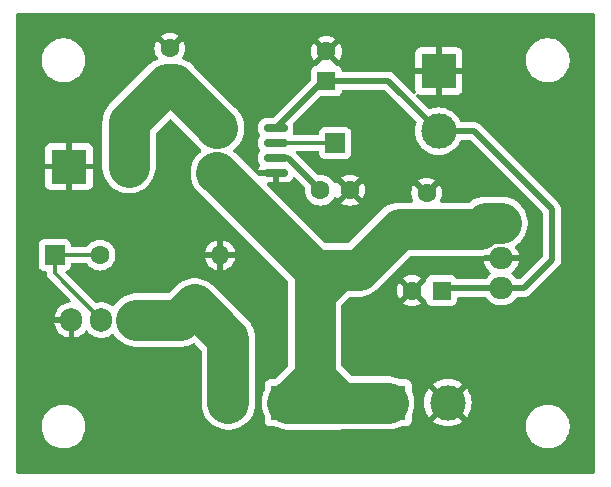
<source format=gbr>
%TF.GenerationSoftware,KiCad,Pcbnew,8.0.5*%
%TF.CreationDate,2024-11-27T14:30:06+01:00*%
%TF.ProjectId,2nd PCB,326e6420-5043-4422-9e6b-696361645f70,1*%
%TF.SameCoordinates,Original*%
%TF.FileFunction,Copper,L1,Top*%
%TF.FilePolarity,Positive*%
%FSLAX46Y46*%
G04 Gerber Fmt 4.6, Leading zero omitted, Abs format (unit mm)*
G04 Created by KiCad (PCBNEW 8.0.5) date 2024-11-27 14:30:06*
%MOMM*%
%LPD*%
G01*
G04 APERTURE LIST*
G04 Aperture macros list*
%AMRoundRect*
0 Rectangle with rounded corners*
0 $1 Rounding radius*
0 $2 $3 $4 $5 $6 $7 $8 $9 X,Y pos of 4 corners*
0 Add a 4 corners polygon primitive as box body*
4,1,4,$2,$3,$4,$5,$6,$7,$8,$9,$2,$3,0*
0 Add four circle primitives for the rounded corners*
1,1,$1+$1,$2,$3*
1,1,$1+$1,$4,$5*
1,1,$1+$1,$6,$7*
1,1,$1+$1,$8,$9*
0 Add four rect primitives between the rounded corners*
20,1,$1+$1,$2,$3,$4,$5,0*
20,1,$1+$1,$4,$5,$6,$7,0*
20,1,$1+$1,$6,$7,$8,$9,0*
20,1,$1+$1,$8,$9,$2,$3,0*%
G04 Aperture macros list end*
%TA.AperFunction,ComponentPad*%
%ADD10R,3.000000X3.000000*%
%TD*%
%TA.AperFunction,ComponentPad*%
%ADD11C,3.000000*%
%TD*%
%TA.AperFunction,ComponentPad*%
%ADD12R,1.600000X1.600000*%
%TD*%
%TA.AperFunction,ComponentPad*%
%ADD13C,1.600000*%
%TD*%
%TA.AperFunction,ComponentPad*%
%ADD14R,2.200000X2.200000*%
%TD*%
%TA.AperFunction,ComponentPad*%
%ADD15O,2.200000X2.200000*%
%TD*%
%TA.AperFunction,ComponentPad*%
%ADD16R,1.700000X1.700000*%
%TD*%
%TA.AperFunction,ComponentPad*%
%ADD17R,2.000000X1.905000*%
%TD*%
%TA.AperFunction,ComponentPad*%
%ADD18O,2.000000X1.905000*%
%TD*%
%TA.AperFunction,ComponentPad*%
%ADD19O,1.600000X1.600000*%
%TD*%
%TA.AperFunction,ComponentPad*%
%ADD20R,1.905000X2.000000*%
%TD*%
%TA.AperFunction,ComponentPad*%
%ADD21O,1.905000X2.000000*%
%TD*%
%TA.AperFunction,SMDPad,CuDef*%
%ADD22RoundRect,0.150000X-0.825000X-0.150000X0.825000X-0.150000X0.825000X0.150000X-0.825000X0.150000X0*%
%TD*%
%TA.AperFunction,Conductor*%
%ADD23C,3.500000*%
%TD*%
%TA.AperFunction,Conductor*%
%ADD24C,3.550000*%
%TD*%
%TA.AperFunction,Conductor*%
%ADD25C,0.500000*%
%TD*%
%TA.AperFunction,Conductor*%
%ADD26C,0.300000*%
%TD*%
G04 APERTURE END LIST*
D10*
%TO.P,J1,1,Pin_1*%
%TO.N,GND*%
X105210000Y-91250000D03*
D11*
%TO.P,J1,2,Pin_2*%
%TO.N,Net-(J1-Pin_2)*%
X110290000Y-91250000D03*
%TD*%
D12*
%TO.P,C4,1*%
%TO.N,Net-(D1-K)*%
X135500000Y-96000000D03*
D13*
%TO.P,C4,2*%
%TO.N,GND*%
X135500000Y-93500000D03*
%TD*%
D14*
%TO.P,D1,1,K*%
%TO.N,Net-(D1-K)*%
X126000000Y-103000000D03*
D15*
%TO.P,D1,2,A*%
%TO.N,Net-(D1-A)*%
X115840000Y-103000000D03*
%TD*%
D16*
%TO.P,J3,1,Pin_1*%
%TO.N,Net-(J3-Pin_1)*%
X104000000Y-98750000D03*
%TD*%
D10*
%TO.P,J6,1,Pin_1*%
%TO.N,GND*%
X136500000Y-83170000D03*
D11*
%TO.P,J6,2,Pin_2*%
%TO.N,+5V*%
X136500000Y-88250000D03*
%TD*%
D13*
%TO.P,C3,1*%
%TO.N,GND*%
X129000000Y-93250000D03*
%TO.P,C3,2*%
%TO.N,Net-(U1-FILTER)*%
X126500000Y-93250000D03*
%TD*%
D17*
%TO.P,U2,1,IN*%
%TO.N,Net-(D1-K)*%
X141805000Y-96460000D03*
D18*
%TO.P,U2,2,GND*%
%TO.N,GND*%
X141805000Y-99000000D03*
%TO.P,U2,3,OUT*%
%TO.N,+5V*%
X141805000Y-101540000D03*
%TD*%
D13*
%TO.P,R1,1*%
%TO.N,Net-(J3-Pin_1)*%
X107840000Y-98750000D03*
D19*
%TO.P,R1,2*%
%TO.N,GND*%
X118000000Y-98750000D03*
%TD*%
D10*
%TO.P,J5,1,Pin_1*%
%TO.N,Net-(D1-K)*%
X132210000Y-111250000D03*
D11*
%TO.P,J5,2,Pin_2*%
%TO.N,GND*%
X137290000Y-111250000D03*
%TD*%
D12*
%TO.P,C5,1*%
%TO.N,+5V*%
X136750000Y-101750000D03*
D13*
%TO.P,C5,2*%
%TO.N,GND*%
X134250000Y-101750000D03*
%TD*%
D12*
%TO.P,C2,1*%
%TO.N,+5V*%
X127000000Y-84000000D03*
D13*
%TO.P,C2,2*%
%TO.N,GND*%
X127000000Y-81500000D03*
%TD*%
D16*
%TO.P,J2,1,Pin_1*%
%TO.N,Net-(J2-Pin_1)*%
X127750000Y-89250000D03*
%TD*%
D10*
%TO.P,J4,1,Pin_1*%
%TO.N,Net-(D1-K)*%
X123790000Y-111250000D03*
D11*
%TO.P,J4,2,Pin_2*%
%TO.N,Net-(D1-A)*%
X118710000Y-111250000D03*
%TD*%
D20*
%TO.P,Q1,1,D*%
%TO.N,Net-(D1-A)*%
X110500000Y-104250000D03*
D21*
%TO.P,Q1,2,G*%
%TO.N,Net-(J3-Pin_1)*%
X107960000Y-104250000D03*
%TO.P,Q1,3,S*%
%TO.N,GND*%
X105420000Y-104250000D03*
%TD*%
D22*
%TO.P,U1,1,IP+*%
%TO.N,Net-(J1-Pin_2)*%
X117775000Y-87980000D03*
%TO.P,U1,2,IP+*%
X117775000Y-89250000D03*
%TO.P,U1,3,IP-*%
%TO.N,Net-(D1-K)*%
X117775000Y-90520000D03*
%TO.P,U1,4,IP-*%
X117775000Y-91790000D03*
%TO.P,U1,5,GND*%
%TO.N,GND*%
X122725000Y-91790000D03*
%TO.P,U1,6,FILTER*%
%TO.N,Net-(U1-FILTER)*%
X122725000Y-90520000D03*
%TO.P,U1,7,VIOUT*%
%TO.N,Net-(J2-Pin_1)*%
X122725000Y-89250000D03*
%TO.P,U1,8,VCC*%
%TO.N,+5V*%
X122725000Y-87980000D03*
%TD*%
D12*
%TO.P,C1,1*%
%TO.N,Net-(J1-Pin_2)*%
X113750000Y-83750000D03*
D13*
%TO.P,C1,2*%
%TO.N,GND*%
X113750000Y-81250000D03*
%TD*%
D23*
%TO.N,Net-(J1-Pin_2)*%
X110290000Y-87510000D02*
X113500000Y-84300000D01*
X117775000Y-87980000D02*
X114095000Y-84300000D01*
X110290000Y-91250000D02*
X110290000Y-87510000D01*
D24*
X117775000Y-87980000D02*
X117775000Y-87980001D01*
D23*
X114095000Y-84300000D02*
X113500000Y-84300000D01*
D25*
%TO.N,+5V*%
X132250000Y-84000000D02*
X136500000Y-88250000D01*
X126705000Y-84000000D02*
X127000000Y-84000000D01*
X122725000Y-87980000D02*
X126705000Y-84000000D01*
X139500000Y-88250000D02*
X146125000Y-94875000D01*
X127000000Y-84000000D02*
X132250000Y-84000000D01*
X146125000Y-94875000D02*
X146125000Y-99125000D01*
X143710000Y-101540000D02*
X146125000Y-99125000D01*
X136960000Y-101540000D02*
X136750000Y-101750000D01*
X141805000Y-101540000D02*
X143710000Y-101540000D01*
X136500000Y-88250000D02*
X139500000Y-88250000D01*
X141805000Y-101540000D02*
X136960000Y-101540000D01*
%TO.N,Net-(U1-FILTER)*%
X123770000Y-90520000D02*
X126500000Y-93250000D01*
X122725000Y-90520000D02*
X123770000Y-90520000D01*
D24*
%TO.N,Net-(D1-K)*%
X117775000Y-91790000D02*
X117775000Y-91780001D01*
D23*
X132210000Y-111250000D02*
X128210000Y-111250000D01*
D25*
X141805000Y-96460000D02*
X141595000Y-96250000D01*
D23*
X126000000Y-109040000D02*
X123790000Y-111250000D01*
X126000000Y-100015000D02*
X128000000Y-100015000D01*
X128210000Y-111250000D02*
X126000000Y-109040000D01*
X140032034Y-96550000D02*
X140534534Y-96047500D01*
X129735000Y-100015000D02*
X133200000Y-96550000D01*
X126000000Y-102015000D02*
X128000000Y-100015000D01*
X117775000Y-91790000D02*
X126000000Y-100015000D01*
D24*
X128000000Y-111250000D02*
X123790000Y-111250000D01*
D23*
X140534534Y-96047500D02*
X141805000Y-96047500D01*
X126000000Y-109040000D02*
X126000000Y-102015000D01*
X126000000Y-100015000D02*
X126000000Y-103000000D01*
X133200000Y-96550000D02*
X140032034Y-96550000D01*
X128000000Y-100015000D02*
X129735000Y-100015000D01*
D24*
%TO.N,Net-(D1-A)*%
X118710000Y-105870000D02*
X115840000Y-103000000D01*
D23*
X114590000Y-104250000D02*
X110912500Y-104250000D01*
D24*
X118710000Y-111250000D02*
X118710000Y-105870000D01*
X115840000Y-103000000D02*
X114590000Y-104250000D01*
D26*
%TO.N,Net-(J2-Pin_1)*%
X122725000Y-89250000D02*
X127750000Y-89250000D01*
%TO.N,Net-(J3-Pin_1)*%
X104000000Y-98750000D02*
X104000000Y-100290000D01*
X107840000Y-98750000D02*
X104000000Y-98750000D01*
X104000000Y-100290000D02*
X107960000Y-104250000D01*
%TD*%
%TA.AperFunction,Conductor*%
%TO.N,GND*%
G36*
X149692539Y-78270185D02*
G01*
X149738294Y-78322989D01*
X149749500Y-78374500D01*
X149749500Y-117125500D01*
X149729815Y-117192539D01*
X149677011Y-117238294D01*
X149625500Y-117249500D01*
X100874500Y-117249500D01*
X100807461Y-117229815D01*
X100761706Y-117177011D01*
X100750500Y-117125500D01*
X100750500Y-113128711D01*
X102899500Y-113128711D01*
X102899500Y-113371288D01*
X102931161Y-113611785D01*
X102993947Y-113846104D01*
X103086773Y-114070205D01*
X103086776Y-114070212D01*
X103208064Y-114280289D01*
X103208066Y-114280292D01*
X103208067Y-114280293D01*
X103355733Y-114472736D01*
X103355739Y-114472743D01*
X103527256Y-114644260D01*
X103527262Y-114644265D01*
X103719711Y-114791936D01*
X103929788Y-114913224D01*
X104153900Y-115006054D01*
X104388211Y-115068838D01*
X104568586Y-115092584D01*
X104628711Y-115100500D01*
X104628712Y-115100500D01*
X104871289Y-115100500D01*
X104919388Y-115094167D01*
X105111789Y-115068838D01*
X105346100Y-115006054D01*
X105570212Y-114913224D01*
X105780289Y-114791936D01*
X105972738Y-114644265D01*
X106144265Y-114472738D01*
X106291936Y-114280289D01*
X106413224Y-114070212D01*
X106506054Y-113846100D01*
X106568838Y-113611789D01*
X106600500Y-113371288D01*
X106600500Y-113128712D01*
X106597713Y-113107546D01*
X106575236Y-112936808D01*
X106568838Y-112888211D01*
X106506054Y-112653900D01*
X106413224Y-112429788D01*
X106291936Y-112219711D01*
X106144265Y-112027262D01*
X106144260Y-112027256D01*
X105972743Y-111855739D01*
X105972736Y-111855733D01*
X105780293Y-111708067D01*
X105780292Y-111708066D01*
X105780289Y-111708064D01*
X105570212Y-111586776D01*
X105570205Y-111586773D01*
X105346104Y-111493947D01*
X105111785Y-111431161D01*
X104871289Y-111399500D01*
X104871288Y-111399500D01*
X104628712Y-111399500D01*
X104628711Y-111399500D01*
X104388214Y-111431161D01*
X104153895Y-111493947D01*
X103929794Y-111586773D01*
X103929785Y-111586777D01*
X103719706Y-111708067D01*
X103527263Y-111855733D01*
X103527256Y-111855739D01*
X103355739Y-112027256D01*
X103355733Y-112027263D01*
X103208067Y-112219706D01*
X103086777Y-112429785D01*
X103086773Y-112429794D01*
X102993947Y-112653895D01*
X102931161Y-112888214D01*
X102899500Y-113128711D01*
X100750500Y-113128711D01*
X100750500Y-97852135D01*
X102649500Y-97852135D01*
X102649500Y-99647870D01*
X102649501Y-99647876D01*
X102655908Y-99707483D01*
X102706202Y-99842328D01*
X102706206Y-99842335D01*
X102792452Y-99957544D01*
X102792455Y-99957547D01*
X102907664Y-100043793D01*
X102907671Y-100043797D01*
X102938963Y-100055468D01*
X103042517Y-100094091D01*
X103102127Y-100100500D01*
X103225500Y-100100499D01*
X103292539Y-100120183D01*
X103338294Y-100172987D01*
X103349500Y-100224499D01*
X103349500Y-100354070D01*
X103364945Y-100431713D01*
X103364945Y-100431715D01*
X103374497Y-100479736D01*
X103374499Y-100479744D01*
X103421185Y-100592455D01*
X103423535Y-100598127D01*
X103472209Y-100670974D01*
X103494726Y-100704673D01*
X103494727Y-100704674D01*
X105335925Y-102545871D01*
X105369410Y-102607194D01*
X105364426Y-102676886D01*
X105322554Y-102732819D01*
X105267642Y-102756025D01*
X105079875Y-102785765D01*
X105079874Y-102785765D01*
X104862431Y-102856417D01*
X104658723Y-102960211D01*
X104473757Y-103094597D01*
X104312097Y-103256257D01*
X104177711Y-103441223D01*
X104073917Y-103644929D01*
X104003265Y-103862371D01*
X103981468Y-104000000D01*
X104929252Y-104000000D01*
X104907482Y-104037708D01*
X104870000Y-104177591D01*
X104870000Y-104322409D01*
X104907482Y-104462292D01*
X104929252Y-104500000D01*
X103981468Y-104500000D01*
X104003265Y-104637628D01*
X104073917Y-104855070D01*
X104177711Y-105058776D01*
X104312097Y-105243742D01*
X104473757Y-105405402D01*
X104658723Y-105539788D01*
X104862429Y-105643582D01*
X105079871Y-105714234D01*
X105170000Y-105728509D01*
X105170000Y-104740747D01*
X105207708Y-104762518D01*
X105347591Y-104800000D01*
X105492409Y-104800000D01*
X105632292Y-104762518D01*
X105670000Y-104740747D01*
X105670000Y-105728508D01*
X105760128Y-105714234D01*
X105977570Y-105643582D01*
X106181276Y-105539788D01*
X106366242Y-105405402D01*
X106527905Y-105243739D01*
X106589371Y-105159137D01*
X106644701Y-105116470D01*
X106714314Y-105110491D01*
X106776109Y-105143096D01*
X106790007Y-105159134D01*
X106851714Y-105244066D01*
X107013434Y-105405786D01*
X107198462Y-105540217D01*
X107401327Y-105643582D01*
X107402244Y-105644049D01*
X107619751Y-105714721D01*
X107619752Y-105714721D01*
X107619755Y-105714722D01*
X107845646Y-105750500D01*
X107845647Y-105750500D01*
X108074353Y-105750500D01*
X108074354Y-105750500D01*
X108300245Y-105714722D01*
X108300248Y-105714721D01*
X108300249Y-105714721D01*
X108517755Y-105644049D01*
X108517755Y-105644048D01*
X108517758Y-105644048D01*
X108721538Y-105540217D01*
X108847688Y-105448563D01*
X108913492Y-105425083D01*
X108981546Y-105440908D01*
X109027958Y-105486879D01*
X109037262Y-105502994D01*
X109037267Y-105503000D01*
X109037268Y-105503002D01*
X109216852Y-105737040D01*
X109216858Y-105737047D01*
X109425452Y-105945641D01*
X109425459Y-105945647D01*
X109659506Y-106125238D01*
X109914989Y-106272741D01*
X109914990Y-106272741D01*
X109914993Y-106272743D01*
X110187548Y-106385639D01*
X110472507Y-106461993D01*
X110764994Y-106500500D01*
X114242842Y-106500500D01*
X114259027Y-106501561D01*
X114440856Y-106525499D01*
X114440863Y-106525499D01*
X114739137Y-106525499D01*
X114739144Y-106525499D01*
X115034880Y-106486565D01*
X115323005Y-106409362D01*
X115598587Y-106295212D01*
X115718159Y-106226176D01*
X115786059Y-106209704D01*
X115852086Y-106232557D01*
X115867840Y-106245883D01*
X116398181Y-106776224D01*
X116431666Y-106837547D01*
X116434500Y-106863905D01*
X116434500Y-111399151D01*
X116473434Y-111694876D01*
X116473435Y-111694880D01*
X116484044Y-111734472D01*
X116550638Y-111983005D01*
X116664783Y-112258577D01*
X116664791Y-112258594D01*
X116754468Y-112413918D01*
X116813932Y-112516912D01*
X116813934Y-112516915D01*
X116813935Y-112516916D01*
X116995516Y-112753558D01*
X116995522Y-112753565D01*
X117206434Y-112964477D01*
X117206441Y-112964483D01*
X117242739Y-112992335D01*
X117443088Y-113146068D01*
X117609115Y-113241924D01*
X117701405Y-113295208D01*
X117701410Y-113295210D01*
X117701413Y-113295212D01*
X117701417Y-113295213D01*
X117701422Y-113295216D01*
X117788820Y-113331417D01*
X117976995Y-113409362D01*
X118265120Y-113486565D01*
X118560856Y-113525500D01*
X118560863Y-113525500D01*
X118859137Y-113525500D01*
X118859144Y-113525500D01*
X119154880Y-113486565D01*
X119443005Y-113409362D01*
X119718587Y-113295212D01*
X119976912Y-113146068D01*
X120213560Y-112964482D01*
X120424482Y-112753560D01*
X120606068Y-112516912D01*
X120755212Y-112258587D01*
X120869362Y-111983005D01*
X120946565Y-111694880D01*
X120985500Y-111399144D01*
X120985500Y-105720856D01*
X120946565Y-105425120D01*
X120869362Y-105136995D01*
X120755212Y-104861413D01*
X120751658Y-104855258D01*
X120735035Y-104826465D01*
X120606068Y-104603087D01*
X120424483Y-104366440D01*
X120424477Y-104366433D01*
X117343566Y-101285522D01*
X117343559Y-101285516D01*
X117106912Y-101103931D01*
X116848590Y-100954789D01*
X116848575Y-100954782D01*
X116573005Y-100840638D01*
X116284877Y-100763434D01*
X115989145Y-100724501D01*
X115989144Y-100724501D01*
X115690856Y-100724501D01*
X115690850Y-100724501D01*
X115690845Y-100724502D01*
X115395123Y-100763434D01*
X115106994Y-100840638D01*
X114831424Y-100954782D01*
X114831409Y-100954789D01*
X114573087Y-101103931D01*
X114336440Y-101285516D01*
X114336433Y-101285522D01*
X113658776Y-101963181D01*
X113597453Y-101996666D01*
X113571095Y-101999500D01*
X110764986Y-101999500D01*
X110486585Y-102036153D01*
X110472507Y-102038007D01*
X110227884Y-102103553D01*
X110187548Y-102114361D01*
X110187538Y-102114364D01*
X109914999Y-102227254D01*
X109914989Y-102227258D01*
X109659506Y-102374761D01*
X109425459Y-102554352D01*
X109425452Y-102554358D01*
X109216858Y-102762952D01*
X109216852Y-102762959D01*
X109037268Y-102996997D01*
X109037255Y-102997017D01*
X109027957Y-103013121D01*
X108977389Y-103061335D01*
X108908781Y-103074556D01*
X108847688Y-103051436D01*
X108721538Y-102959783D01*
X108619017Y-102907546D01*
X108517755Y-102855950D01*
X108300248Y-102785278D01*
X108115551Y-102756025D01*
X108074354Y-102749500D01*
X107845646Y-102749500D01*
X107814760Y-102754391D01*
X107619755Y-102785277D01*
X107537647Y-102811955D01*
X107467806Y-102813949D01*
X107411650Y-102781704D01*
X104923889Y-100293943D01*
X104890404Y-100232620D01*
X104895388Y-100162928D01*
X104937260Y-100106995D01*
X104968237Y-100090080D01*
X104976495Y-100087000D01*
X105092331Y-100043796D01*
X105207546Y-99957546D01*
X105293796Y-99842331D01*
X105344091Y-99707483D01*
X105350500Y-99647873D01*
X105350500Y-99524500D01*
X105370185Y-99457461D01*
X105422989Y-99411706D01*
X105474500Y-99400500D01*
X106643317Y-99400500D01*
X106710356Y-99420185D01*
X106744892Y-99453377D01*
X106839954Y-99589141D01*
X107000858Y-99750045D01*
X107000861Y-99750047D01*
X107187266Y-99880568D01*
X107393504Y-99976739D01*
X107613308Y-100035635D01*
X107775230Y-100049801D01*
X107839998Y-100055468D01*
X107840000Y-100055468D01*
X107840002Y-100055468D01*
X107896673Y-100050509D01*
X108066692Y-100035635D01*
X108286496Y-99976739D01*
X108492734Y-99880568D01*
X108679139Y-99750047D01*
X108840047Y-99589139D01*
X108970568Y-99402734D01*
X109066739Y-99196496D01*
X109125635Y-98976692D01*
X109145468Y-98750000D01*
X109125635Y-98523308D01*
X109119389Y-98499999D01*
X116721127Y-98499999D01*
X116721128Y-98500000D01*
X117684314Y-98500000D01*
X117679920Y-98504394D01*
X117627259Y-98595606D01*
X117600000Y-98697339D01*
X117600000Y-98802661D01*
X117627259Y-98904394D01*
X117679920Y-98995606D01*
X117684314Y-99000000D01*
X116721128Y-99000000D01*
X116773730Y-99196317D01*
X116773734Y-99196326D01*
X116869865Y-99402482D01*
X117000342Y-99588820D01*
X117161179Y-99749657D01*
X117347517Y-99880134D01*
X117553673Y-99976265D01*
X117553682Y-99976269D01*
X117749999Y-100028872D01*
X117750000Y-100028871D01*
X117750000Y-99065686D01*
X117754394Y-99070080D01*
X117845606Y-99122741D01*
X117947339Y-99150000D01*
X118052661Y-99150000D01*
X118154394Y-99122741D01*
X118245606Y-99070080D01*
X118250000Y-99065686D01*
X118250000Y-100028872D01*
X118446317Y-99976269D01*
X118446326Y-99976265D01*
X118652482Y-99880134D01*
X118838820Y-99749657D01*
X118999657Y-99588820D01*
X119130134Y-99402482D01*
X119226265Y-99196326D01*
X119226269Y-99196317D01*
X119278872Y-99000000D01*
X118315686Y-99000000D01*
X118320080Y-98995606D01*
X118372741Y-98904394D01*
X118400000Y-98802661D01*
X118400000Y-98697339D01*
X118372741Y-98595606D01*
X118320080Y-98504394D01*
X118315686Y-98500000D01*
X119278872Y-98500000D01*
X119278872Y-98499999D01*
X119226269Y-98303682D01*
X119226265Y-98303673D01*
X119130134Y-98097517D01*
X118999657Y-97911179D01*
X118838820Y-97750342D01*
X118652482Y-97619865D01*
X118446328Y-97523734D01*
X118250000Y-97471127D01*
X118250000Y-98434314D01*
X118245606Y-98429920D01*
X118154394Y-98377259D01*
X118052661Y-98350000D01*
X117947339Y-98350000D01*
X117845606Y-98377259D01*
X117754394Y-98429920D01*
X117750000Y-98434314D01*
X117750000Y-97471127D01*
X117553671Y-97523734D01*
X117347517Y-97619865D01*
X117161179Y-97750342D01*
X117000342Y-97911179D01*
X116869865Y-98097517D01*
X116773734Y-98303673D01*
X116773730Y-98303682D01*
X116721127Y-98499999D01*
X109119389Y-98499999D01*
X109066739Y-98303504D01*
X108970568Y-98097266D01*
X108840047Y-97910861D01*
X108840045Y-97910858D01*
X108679141Y-97749954D01*
X108492734Y-97619432D01*
X108492732Y-97619431D01*
X108286497Y-97523261D01*
X108286488Y-97523258D01*
X108066697Y-97464366D01*
X108066693Y-97464365D01*
X108066692Y-97464365D01*
X108066691Y-97464364D01*
X108066686Y-97464364D01*
X107840002Y-97444532D01*
X107839998Y-97444532D01*
X107613313Y-97464364D01*
X107613302Y-97464366D01*
X107393511Y-97523258D01*
X107393502Y-97523261D01*
X107187267Y-97619431D01*
X107187265Y-97619432D01*
X107000858Y-97749954D01*
X106839954Y-97910858D01*
X106744892Y-98046623D01*
X106690315Y-98090248D01*
X106643317Y-98099500D01*
X105474499Y-98099500D01*
X105407460Y-98079815D01*
X105361705Y-98027011D01*
X105350499Y-97975500D01*
X105350499Y-97852129D01*
X105350498Y-97852123D01*
X105350497Y-97852116D01*
X105344091Y-97792517D01*
X105333641Y-97764500D01*
X105293797Y-97657671D01*
X105293793Y-97657664D01*
X105207547Y-97542455D01*
X105207544Y-97542452D01*
X105092335Y-97456206D01*
X105092328Y-97456202D01*
X104957482Y-97405908D01*
X104957483Y-97405908D01*
X104897883Y-97399501D01*
X104897881Y-97399500D01*
X104897873Y-97399500D01*
X104897864Y-97399500D01*
X103102129Y-97399500D01*
X103102123Y-97399501D01*
X103042516Y-97405908D01*
X102907671Y-97456202D01*
X102907664Y-97456206D01*
X102792455Y-97542452D01*
X102792452Y-97542455D01*
X102706206Y-97657664D01*
X102706202Y-97657671D01*
X102655908Y-97792517D01*
X102649501Y-97852116D01*
X102649501Y-97852123D01*
X102649500Y-97852135D01*
X100750500Y-97852135D01*
X100750500Y-89702155D01*
X103210000Y-89702155D01*
X103210000Y-91000000D01*
X104490936Y-91000000D01*
X104479207Y-91028316D01*
X104450000Y-91175147D01*
X104450000Y-91324853D01*
X104479207Y-91471684D01*
X104490936Y-91500000D01*
X103210000Y-91500000D01*
X103210000Y-92797844D01*
X103216401Y-92857372D01*
X103216403Y-92857379D01*
X103266645Y-92992086D01*
X103266649Y-92992093D01*
X103352809Y-93107187D01*
X103352812Y-93107190D01*
X103467906Y-93193350D01*
X103467913Y-93193354D01*
X103602620Y-93243596D01*
X103602627Y-93243598D01*
X103662155Y-93249999D01*
X103662172Y-93250000D01*
X104960000Y-93250000D01*
X104960000Y-91969064D01*
X104988316Y-91980793D01*
X105135147Y-92010000D01*
X105284853Y-92010000D01*
X105431684Y-91980793D01*
X105460000Y-91969064D01*
X105460000Y-93250000D01*
X106757828Y-93250000D01*
X106757844Y-93249999D01*
X106817372Y-93243598D01*
X106817379Y-93243596D01*
X106952086Y-93193354D01*
X106952093Y-93193350D01*
X107067187Y-93107190D01*
X107067190Y-93107187D01*
X107153350Y-92992093D01*
X107153354Y-92992086D01*
X107203596Y-92857379D01*
X107203598Y-92857372D01*
X107209999Y-92797844D01*
X107210000Y-92797827D01*
X107210000Y-91500000D01*
X105929064Y-91500000D01*
X105940793Y-91471684D01*
X105970000Y-91324853D01*
X105970000Y-91175147D01*
X105940793Y-91028316D01*
X105929064Y-91000000D01*
X107210000Y-91000000D01*
X107210000Y-89702172D01*
X107209999Y-89702155D01*
X107203598Y-89642627D01*
X107203596Y-89642620D01*
X107153354Y-89507913D01*
X107153350Y-89507906D01*
X107067190Y-89392812D01*
X107067187Y-89392809D01*
X106952093Y-89306649D01*
X106952086Y-89306645D01*
X106817379Y-89256403D01*
X106817372Y-89256401D01*
X106757844Y-89250000D01*
X105460000Y-89250000D01*
X105460000Y-90530935D01*
X105431684Y-90519207D01*
X105284853Y-90490000D01*
X105135147Y-90490000D01*
X104988316Y-90519207D01*
X104960000Y-90530935D01*
X104960000Y-89250000D01*
X103662155Y-89250000D01*
X103602627Y-89256401D01*
X103602620Y-89256403D01*
X103467913Y-89306645D01*
X103467906Y-89306649D01*
X103352812Y-89392809D01*
X103352809Y-89392812D01*
X103266649Y-89507906D01*
X103266645Y-89507913D01*
X103216403Y-89642620D01*
X103216401Y-89642627D01*
X103210000Y-89702155D01*
X100750500Y-89702155D01*
X100750500Y-87362486D01*
X108039500Y-87362486D01*
X108039500Y-91397513D01*
X108071571Y-91641113D01*
X108078007Y-91689993D01*
X108151657Y-91964860D01*
X108154361Y-91974951D01*
X108154364Y-91974961D01*
X108267254Y-92247500D01*
X108267258Y-92247510D01*
X108414761Y-92502993D01*
X108594352Y-92737040D01*
X108594358Y-92737047D01*
X108802952Y-92945641D01*
X108802959Y-92945647D01*
X109037006Y-93125238D01*
X109292489Y-93272741D01*
X109292490Y-93272741D01*
X109292493Y-93272743D01*
X109565048Y-93385639D01*
X109850007Y-93461993D01*
X110142494Y-93500500D01*
X110142501Y-93500500D01*
X110437499Y-93500500D01*
X110437506Y-93500500D01*
X110729993Y-93461993D01*
X111014952Y-93385639D01*
X111287507Y-93272743D01*
X111542994Y-93125238D01*
X111777042Y-92945646D01*
X111985646Y-92737042D01*
X112165238Y-92502994D01*
X112312743Y-92247507D01*
X112425639Y-91974952D01*
X112501993Y-91689993D01*
X112540500Y-91397506D01*
X112540500Y-88493549D01*
X112560185Y-88426510D01*
X112576819Y-88405868D01*
X113709819Y-87272868D01*
X113771142Y-87239383D01*
X113840834Y-87244367D01*
X113885181Y-87272868D01*
X115938170Y-89325857D01*
X115948865Y-89338052D01*
X116060516Y-89483559D01*
X116060522Y-89483566D01*
X116271434Y-89694478D01*
X116271441Y-89694484D01*
X116330592Y-89739872D01*
X116385003Y-89781623D01*
X116385005Y-89781624D01*
X116426208Y-89838051D01*
X116430363Y-89907797D01*
X116396151Y-89968718D01*
X116385006Y-89978375D01*
X116271444Y-90065515D01*
X116271434Y-90065523D01*
X116060522Y-90276435D01*
X116060516Y-90276442D01*
X115878935Y-90513084D01*
X115729791Y-90771406D01*
X115729783Y-90771423D01*
X115615638Y-91046995D01*
X115538434Y-91335124D01*
X115499500Y-91630849D01*
X115499500Y-91939151D01*
X115538434Y-92234876D01*
X115615638Y-92523005D01*
X115729783Y-92798577D01*
X115729791Y-92798594D01*
X115814693Y-92945647D01*
X115878932Y-93056912D01*
X115878934Y-93056915D01*
X115878935Y-93056916D01*
X116060516Y-93293558D01*
X116060522Y-93293565D01*
X116271434Y-93504477D01*
X116271441Y-93504483D01*
X116416943Y-93616130D01*
X116429138Y-93626825D01*
X123713181Y-100910868D01*
X123746666Y-100972191D01*
X123749500Y-100998549D01*
X123749500Y-108056450D01*
X123729815Y-108123489D01*
X123713181Y-108144131D01*
X122644130Y-109213181D01*
X122582807Y-109246666D01*
X122556449Y-109249500D01*
X122242130Y-109249500D01*
X122242123Y-109249501D01*
X122182516Y-109255908D01*
X122047671Y-109306202D01*
X122047664Y-109306206D01*
X121932455Y-109392452D01*
X121932452Y-109392455D01*
X121846206Y-109507664D01*
X121846202Y-109507671D01*
X121795908Y-109642517D01*
X121789501Y-109702116D01*
X121789501Y-109702123D01*
X121789500Y-109702135D01*
X121789500Y-110130743D01*
X121772888Y-110192742D01*
X121744787Y-110241414D01*
X121744782Y-110241424D01*
X121630638Y-110516994D01*
X121553434Y-110805123D01*
X121514500Y-111100848D01*
X121514500Y-111399151D01*
X121553434Y-111694876D01*
X121553435Y-111694880D01*
X121564044Y-111734472D01*
X121630638Y-111983005D01*
X121744782Y-112258575D01*
X121744789Y-112258589D01*
X121772887Y-112307256D01*
X121789500Y-112369256D01*
X121789500Y-112797870D01*
X121789501Y-112797876D01*
X121795908Y-112857483D01*
X121846202Y-112992328D01*
X121846206Y-112992335D01*
X121932452Y-113107544D01*
X121932455Y-113107547D01*
X122047664Y-113193793D01*
X122047671Y-113193797D01*
X122092618Y-113210561D01*
X122182517Y-113244091D01*
X122242127Y-113250500D01*
X122670742Y-113250499D01*
X122732743Y-113267112D01*
X122781413Y-113295212D01*
X122781418Y-113295214D01*
X122781422Y-113295216D01*
X122868820Y-113331417D01*
X123056995Y-113409362D01*
X123345120Y-113486565D01*
X123640856Y-113525500D01*
X123640863Y-113525500D01*
X128149137Y-113525500D01*
X128149144Y-113525500D01*
X128330977Y-113501560D01*
X128347161Y-113500500D01*
X132357499Y-113500500D01*
X132357506Y-113500500D01*
X132649993Y-113461993D01*
X132934952Y-113385639D01*
X133207507Y-113272743D01*
X133217262Y-113267111D01*
X133279260Y-113250499D01*
X133757871Y-113250499D01*
X133757872Y-113250499D01*
X133817483Y-113244091D01*
X133952331Y-113193796D01*
X134067546Y-113107546D01*
X134153796Y-112992331D01*
X134204091Y-112857483D01*
X134210500Y-112797873D01*
X134210499Y-112319258D01*
X134227115Y-112257254D01*
X134232743Y-112247507D01*
X134345639Y-111974952D01*
X134421993Y-111689993D01*
X134460500Y-111397506D01*
X134460500Y-111249998D01*
X135284891Y-111249998D01*
X135284891Y-111250001D01*
X135305300Y-111535362D01*
X135366109Y-111814895D01*
X135466091Y-112082958D01*
X135603191Y-112334038D01*
X135603196Y-112334046D01*
X135709882Y-112476561D01*
X135709883Y-112476562D01*
X136604767Y-111581677D01*
X136616497Y-111609995D01*
X136699670Y-111734472D01*
X136805528Y-111840330D01*
X136930005Y-111923503D01*
X136958320Y-111935231D01*
X136063436Y-112830115D01*
X136205960Y-112936807D01*
X136205961Y-112936808D01*
X136457042Y-113073908D01*
X136457041Y-113073908D01*
X136725104Y-113173890D01*
X137004637Y-113234699D01*
X137289999Y-113255109D01*
X137290001Y-113255109D01*
X137575362Y-113234699D01*
X137854895Y-113173890D01*
X137976025Y-113128711D01*
X143899500Y-113128711D01*
X143899500Y-113371288D01*
X143931161Y-113611785D01*
X143993947Y-113846104D01*
X144086773Y-114070205D01*
X144086776Y-114070212D01*
X144208064Y-114280289D01*
X144208066Y-114280292D01*
X144208067Y-114280293D01*
X144355733Y-114472736D01*
X144355739Y-114472743D01*
X144527256Y-114644260D01*
X144527262Y-114644265D01*
X144719711Y-114791936D01*
X144929788Y-114913224D01*
X145153900Y-115006054D01*
X145388211Y-115068838D01*
X145568586Y-115092584D01*
X145628711Y-115100500D01*
X145628712Y-115100500D01*
X145871289Y-115100500D01*
X145919388Y-115094167D01*
X146111789Y-115068838D01*
X146346100Y-115006054D01*
X146570212Y-114913224D01*
X146780289Y-114791936D01*
X146972738Y-114644265D01*
X147144265Y-114472738D01*
X147291936Y-114280289D01*
X147413224Y-114070212D01*
X147506054Y-113846100D01*
X147568838Y-113611789D01*
X147600500Y-113371288D01*
X147600500Y-113128712D01*
X147597713Y-113107546D01*
X147575236Y-112936808D01*
X147568838Y-112888211D01*
X147506054Y-112653900D01*
X147413224Y-112429788D01*
X147291936Y-112219711D01*
X147144265Y-112027262D01*
X147144260Y-112027256D01*
X146972743Y-111855739D01*
X146972736Y-111855733D01*
X146780293Y-111708067D01*
X146780292Y-111708066D01*
X146780289Y-111708064D01*
X146570212Y-111586776D01*
X146570205Y-111586773D01*
X146346104Y-111493947D01*
X146111785Y-111431161D01*
X145871289Y-111399500D01*
X145871288Y-111399500D01*
X145628712Y-111399500D01*
X145628711Y-111399500D01*
X145388214Y-111431161D01*
X145153895Y-111493947D01*
X144929794Y-111586773D01*
X144929785Y-111586777D01*
X144719706Y-111708067D01*
X144527263Y-111855733D01*
X144527256Y-111855739D01*
X144355739Y-112027256D01*
X144355733Y-112027263D01*
X144208067Y-112219706D01*
X144086777Y-112429785D01*
X144086773Y-112429794D01*
X143993947Y-112653895D01*
X143931161Y-112888214D01*
X143899500Y-113128711D01*
X137976025Y-113128711D01*
X138122958Y-113073908D01*
X138374047Y-112936803D01*
X138516561Y-112830116D01*
X138516562Y-112830115D01*
X137621679Y-111935231D01*
X137649995Y-111923503D01*
X137774472Y-111840330D01*
X137880330Y-111734472D01*
X137963503Y-111609995D01*
X137975231Y-111581678D01*
X138870115Y-112476562D01*
X138870116Y-112476561D01*
X138976803Y-112334047D01*
X139113908Y-112082958D01*
X139213890Y-111814895D01*
X139274699Y-111535362D01*
X139295109Y-111250001D01*
X139295109Y-111249998D01*
X139274699Y-110964637D01*
X139213890Y-110685104D01*
X139113908Y-110417041D01*
X138976808Y-110165961D01*
X138976807Y-110165960D01*
X138870115Y-110023436D01*
X137975231Y-110918320D01*
X137963503Y-110890005D01*
X137880330Y-110765528D01*
X137774472Y-110659670D01*
X137649995Y-110576497D01*
X137621678Y-110564767D01*
X138516562Y-109669883D01*
X138516561Y-109669882D01*
X138374046Y-109563196D01*
X138374038Y-109563191D01*
X138122957Y-109426091D01*
X138122958Y-109426091D01*
X137854895Y-109326109D01*
X137575362Y-109265300D01*
X137290001Y-109244891D01*
X137289999Y-109244891D01*
X137004637Y-109265300D01*
X136725104Y-109326109D01*
X136457041Y-109426091D01*
X136205961Y-109563191D01*
X136205953Y-109563196D01*
X136063437Y-109669882D01*
X136063436Y-109669883D01*
X136958321Y-110564767D01*
X136930005Y-110576497D01*
X136805528Y-110659670D01*
X136699670Y-110765528D01*
X136616497Y-110890005D01*
X136604768Y-110918321D01*
X135709883Y-110023436D01*
X135709882Y-110023437D01*
X135603196Y-110165953D01*
X135603191Y-110165961D01*
X135466091Y-110417041D01*
X135366109Y-110685104D01*
X135305300Y-110964637D01*
X135284891Y-111249998D01*
X134460500Y-111249998D01*
X134460500Y-111102494D01*
X134421993Y-110810007D01*
X134345639Y-110525048D01*
X134232743Y-110252493D01*
X134227110Y-110242736D01*
X134210499Y-110180739D01*
X134210499Y-109702129D01*
X134210498Y-109702123D01*
X134210497Y-109702116D01*
X134204091Y-109642517D01*
X134174506Y-109563196D01*
X134153797Y-109507671D01*
X134153793Y-109507664D01*
X134067547Y-109392455D01*
X134067544Y-109392452D01*
X133952335Y-109306206D01*
X133952328Y-109306202D01*
X133817482Y-109255908D01*
X133817483Y-109255908D01*
X133757883Y-109249501D01*
X133757881Y-109249500D01*
X133757873Y-109249500D01*
X133757865Y-109249500D01*
X133279259Y-109249500D01*
X133217257Y-109232886D01*
X133207511Y-109227259D01*
X133207503Y-109227255D01*
X132934961Y-109114364D01*
X132934954Y-109114362D01*
X132934952Y-109114361D01*
X132649993Y-109038007D01*
X132601113Y-109031571D01*
X132357513Y-108999500D01*
X132357506Y-108999500D01*
X129193549Y-108999500D01*
X129126510Y-108979815D01*
X129105868Y-108963181D01*
X128286819Y-108144132D01*
X128253334Y-108082809D01*
X128250500Y-108056451D01*
X128250500Y-102998549D01*
X128270185Y-102931510D01*
X128286819Y-102910868D01*
X128895868Y-102301819D01*
X128957191Y-102268334D01*
X128983549Y-102265500D01*
X129882500Y-102265500D01*
X129882505Y-102265500D01*
X129882506Y-102265500D01*
X129916532Y-102261020D01*
X130174993Y-102226994D01*
X130415667Y-102162505D01*
X130459952Y-102150639D01*
X130732507Y-102037743D01*
X130987994Y-101890238D01*
X131222042Y-101710646D01*
X131430646Y-101502042D01*
X131436010Y-101496678D01*
X131436025Y-101496660D01*
X134095868Y-98836819D01*
X134157191Y-98803334D01*
X134183549Y-98800500D01*
X140179534Y-98800500D01*
X140179539Y-98800500D01*
X140179540Y-98800500D01*
X140213566Y-98796020D01*
X140472027Y-98761994D01*
X140501021Y-98754225D01*
X140533114Y-98750000D01*
X141314252Y-98750000D01*
X141292482Y-98787708D01*
X141255000Y-98927591D01*
X141255000Y-99072409D01*
X141292482Y-99212292D01*
X141314252Y-99250000D01*
X140326491Y-99250000D01*
X140340765Y-99340128D01*
X140411417Y-99557570D01*
X140515211Y-99761276D01*
X140649597Y-99946242D01*
X140811257Y-100107902D01*
X140811263Y-100107907D01*
X140895863Y-100169372D01*
X140938529Y-100224701D01*
X140944508Y-100294315D01*
X140911903Y-100356110D01*
X140895864Y-100370007D01*
X140810940Y-100431709D01*
X140810933Y-100431715D01*
X140649216Y-100593431D01*
X140649216Y-100593432D01*
X140649214Y-100593434D01*
X140592878Y-100670974D01*
X140543900Y-100738386D01*
X140488570Y-100781051D01*
X140443582Y-100789500D01*
X138110413Y-100789500D01*
X138043374Y-100769815D01*
X137997619Y-100717011D01*
X137994233Y-100708838D01*
X137993799Y-100707674D01*
X137993793Y-100707664D01*
X137907547Y-100592455D01*
X137907544Y-100592452D01*
X137792335Y-100506206D01*
X137792328Y-100506202D01*
X137657482Y-100455908D01*
X137657483Y-100455908D01*
X137597883Y-100449501D01*
X137597881Y-100449500D01*
X137597873Y-100449500D01*
X137597864Y-100449500D01*
X135902129Y-100449500D01*
X135902123Y-100449501D01*
X135842516Y-100455908D01*
X135707671Y-100506202D01*
X135707664Y-100506206D01*
X135592455Y-100592452D01*
X135592452Y-100592455D01*
X135506206Y-100707664D01*
X135506202Y-100707671D01*
X135455908Y-100842517D01*
X135449501Y-100902116D01*
X135449322Y-100905452D01*
X135447847Y-100905372D01*
X135429815Y-100966784D01*
X135377011Y-101012539D01*
X135333522Y-101020029D01*
X134650000Y-101703551D01*
X134650000Y-101697339D01*
X134622741Y-101595606D01*
X134570080Y-101504394D01*
X134495606Y-101429920D01*
X134404394Y-101377259D01*
X134302661Y-101350000D01*
X134296448Y-101350000D01*
X134975472Y-100670974D01*
X134902478Y-100619863D01*
X134696331Y-100523735D01*
X134696317Y-100523730D01*
X134476610Y-100464860D01*
X134476599Y-100464858D01*
X134250002Y-100445034D01*
X134249998Y-100445034D01*
X134023400Y-100464858D01*
X134023389Y-100464860D01*
X133803682Y-100523730D01*
X133803673Y-100523734D01*
X133597516Y-100619866D01*
X133597512Y-100619868D01*
X133524526Y-100670973D01*
X133524526Y-100670974D01*
X134203553Y-101350000D01*
X134197339Y-101350000D01*
X134095606Y-101377259D01*
X134004394Y-101429920D01*
X133929920Y-101504394D01*
X133877259Y-101595606D01*
X133850000Y-101697339D01*
X133850000Y-101703552D01*
X133170974Y-101024526D01*
X133170973Y-101024526D01*
X133119868Y-101097512D01*
X133119866Y-101097516D01*
X133023734Y-101303673D01*
X133023730Y-101303682D01*
X132964860Y-101523389D01*
X132964858Y-101523400D01*
X132945034Y-101749997D01*
X132945034Y-101750002D01*
X132964858Y-101976599D01*
X132964860Y-101976610D01*
X133023730Y-102196317D01*
X133023735Y-102196331D01*
X133119863Y-102402478D01*
X133170974Y-102475472D01*
X133850000Y-101796446D01*
X133850000Y-101802661D01*
X133877259Y-101904394D01*
X133929920Y-101995606D01*
X134004394Y-102070080D01*
X134095606Y-102122741D01*
X134197339Y-102150000D01*
X134203553Y-102150000D01*
X133524526Y-102829025D01*
X133597513Y-102880132D01*
X133597521Y-102880136D01*
X133803668Y-102976264D01*
X133803682Y-102976269D01*
X134023389Y-103035139D01*
X134023400Y-103035141D01*
X134249998Y-103054966D01*
X134250002Y-103054966D01*
X134476599Y-103035141D01*
X134476610Y-103035139D01*
X134696317Y-102976269D01*
X134696331Y-102976264D01*
X134902478Y-102880136D01*
X134975471Y-102829024D01*
X134296447Y-102150000D01*
X134302661Y-102150000D01*
X134404394Y-102122741D01*
X134495606Y-102070080D01*
X134570080Y-101995606D01*
X134622741Y-101904394D01*
X134650000Y-101802661D01*
X134650000Y-101796447D01*
X135334197Y-102480644D01*
X135383192Y-102490491D01*
X135433375Y-102539106D01*
X135448049Y-102594632D01*
X135449099Y-102594576D01*
X135449146Y-102594571D01*
X135449146Y-102594573D01*
X135449324Y-102594564D01*
X135449501Y-102597876D01*
X135455908Y-102657483D01*
X135506202Y-102792328D01*
X135506206Y-102792335D01*
X135592452Y-102907544D01*
X135592455Y-102907547D01*
X135707664Y-102993793D01*
X135707671Y-102993797D01*
X135842517Y-103044091D01*
X135842516Y-103044091D01*
X135849444Y-103044835D01*
X135902127Y-103050500D01*
X137597872Y-103050499D01*
X137657483Y-103044091D01*
X137792331Y-102993796D01*
X137907546Y-102907546D01*
X137993796Y-102792331D01*
X138044091Y-102657483D01*
X138050500Y-102597873D01*
X138050500Y-102414500D01*
X138070185Y-102347461D01*
X138122989Y-102301706D01*
X138174500Y-102290500D01*
X140443582Y-102290500D01*
X140510621Y-102310185D01*
X140543899Y-102341613D01*
X140649214Y-102486566D01*
X140810934Y-102648286D01*
X140995962Y-102782717D01*
X141086845Y-102829024D01*
X141199744Y-102886549D01*
X141417251Y-102957221D01*
X141417252Y-102957221D01*
X141417255Y-102957222D01*
X141643146Y-102993000D01*
X141643147Y-102993000D01*
X141966853Y-102993000D01*
X141966854Y-102993000D01*
X142192745Y-102957222D01*
X142192748Y-102957221D01*
X142192749Y-102957221D01*
X142410255Y-102886549D01*
X142410255Y-102886548D01*
X142410258Y-102886548D01*
X142614038Y-102782717D01*
X142799066Y-102648286D01*
X142960786Y-102486566D01*
X143066100Y-102341613D01*
X143121430Y-102298949D01*
X143166418Y-102290500D01*
X143783920Y-102290500D01*
X143909603Y-102265499D01*
X143928913Y-102261658D01*
X144065495Y-102205084D01*
X144129219Y-102162505D01*
X144188416Y-102122952D01*
X146707952Y-99603416D01*
X146758918Y-99527139D01*
X146760682Y-99524500D01*
X146768687Y-99512518D01*
X146790084Y-99480495D01*
X146833574Y-99375501D01*
X146846659Y-99343912D01*
X146875500Y-99198917D01*
X146875500Y-99051082D01*
X146875500Y-94801082D01*
X146875500Y-94801079D01*
X146846659Y-94656092D01*
X146846658Y-94656091D01*
X146846658Y-94656087D01*
X146807048Y-94560459D01*
X146790086Y-94519509D01*
X146790085Y-94519507D01*
X146757186Y-94470270D01*
X146757185Y-94470268D01*
X146707956Y-94396589D01*
X146707952Y-94396584D01*
X139978421Y-87667052D01*
X139978414Y-87667046D01*
X139904729Y-87617812D01*
X139904729Y-87617813D01*
X139855491Y-87584913D01*
X139718917Y-87528343D01*
X139718907Y-87528340D01*
X139573920Y-87499500D01*
X139573918Y-87499500D01*
X138441293Y-87499500D01*
X138374254Y-87479815D01*
X138328499Y-87427011D01*
X138325114Y-87418840D01*
X138324369Y-87416845D01*
X138324364Y-87416833D01*
X138187229Y-87165690D01*
X138187224Y-87165682D01*
X138015745Y-86936612D01*
X138015729Y-86936594D01*
X137813405Y-86734270D01*
X137813387Y-86734254D01*
X137584317Y-86562775D01*
X137584309Y-86562770D01*
X137333166Y-86425635D01*
X137333167Y-86425635D01*
X137207393Y-86378724D01*
X137065046Y-86325631D01*
X137065043Y-86325630D01*
X137065037Y-86325628D01*
X136785433Y-86264804D01*
X136500001Y-86244390D01*
X136499999Y-86244390D01*
X136214566Y-86264804D01*
X135934960Y-86325629D01*
X135934955Y-86325630D01*
X135934954Y-86325631D01*
X135901709Y-86338030D01*
X135792604Y-86378724D01*
X135722912Y-86383708D01*
X135661590Y-86350223D01*
X134629587Y-85318220D01*
X134596102Y-85256897D01*
X134601086Y-85187205D01*
X134642958Y-85131272D01*
X134708422Y-85106855D01*
X134760601Y-85114357D01*
X134892620Y-85163596D01*
X134892627Y-85163598D01*
X134952155Y-85169999D01*
X134952172Y-85170000D01*
X136250000Y-85170000D01*
X136250000Y-83889064D01*
X136278316Y-83900793D01*
X136425147Y-83930000D01*
X136574853Y-83930000D01*
X136721684Y-83900793D01*
X136750000Y-83889064D01*
X136750000Y-85170000D01*
X138047828Y-85170000D01*
X138047844Y-85169999D01*
X138107372Y-85163598D01*
X138107379Y-85163596D01*
X138242086Y-85113354D01*
X138242093Y-85113350D01*
X138357187Y-85027190D01*
X138357190Y-85027187D01*
X138443350Y-84912093D01*
X138443354Y-84912086D01*
X138493596Y-84777379D01*
X138493598Y-84777372D01*
X138499999Y-84717844D01*
X138500000Y-84717827D01*
X138500000Y-83420000D01*
X137219064Y-83420000D01*
X137230793Y-83391684D01*
X137260000Y-83244853D01*
X137260000Y-83095147D01*
X137230793Y-82948316D01*
X137219064Y-82920000D01*
X138500000Y-82920000D01*
X138500000Y-82128711D01*
X143899500Y-82128711D01*
X143899500Y-82371288D01*
X143930183Y-82604358D01*
X143931162Y-82611789D01*
X143954221Y-82697847D01*
X143993947Y-82846104D01*
X144024556Y-82920000D01*
X144086776Y-83070212D01*
X144208064Y-83280289D01*
X144208066Y-83280292D01*
X144208067Y-83280293D01*
X144355733Y-83472736D01*
X144355739Y-83472743D01*
X144527256Y-83644260D01*
X144527262Y-83644265D01*
X144719711Y-83791936D01*
X144929788Y-83913224D01*
X145153900Y-84006054D01*
X145388211Y-84068838D01*
X145568586Y-84092584D01*
X145628711Y-84100500D01*
X145628712Y-84100500D01*
X145871289Y-84100500D01*
X145919388Y-84094167D01*
X146111789Y-84068838D01*
X146346100Y-84006054D01*
X146570212Y-83913224D01*
X146780289Y-83791936D01*
X146972738Y-83644265D01*
X147144265Y-83472738D01*
X147291936Y-83280289D01*
X147413224Y-83070212D01*
X147506054Y-82846100D01*
X147568838Y-82611789D01*
X147600500Y-82371288D01*
X147600500Y-82128712D01*
X147568838Y-81888211D01*
X147506054Y-81653900D01*
X147413224Y-81429788D01*
X147291936Y-81219711D01*
X147144265Y-81027262D01*
X147144260Y-81027256D01*
X146972743Y-80855739D01*
X146972736Y-80855733D01*
X146780293Y-80708067D01*
X146780292Y-80708066D01*
X146780289Y-80708064D01*
X146570212Y-80586776D01*
X146570205Y-80586773D01*
X146346104Y-80493947D01*
X146111785Y-80431161D01*
X145871289Y-80399500D01*
X145871288Y-80399500D01*
X145628712Y-80399500D01*
X145628711Y-80399500D01*
X145388214Y-80431161D01*
X145153895Y-80493947D01*
X144929794Y-80586773D01*
X144929785Y-80586777D01*
X144719706Y-80708067D01*
X144527263Y-80855733D01*
X144527256Y-80855739D01*
X144355739Y-81027256D01*
X144355733Y-81027263D01*
X144208067Y-81219706D01*
X144086777Y-81429785D01*
X144086773Y-81429794D01*
X143993947Y-81653895D01*
X143931161Y-81888214D01*
X143899500Y-82128711D01*
X138500000Y-82128711D01*
X138500000Y-81622172D01*
X138499999Y-81622155D01*
X138493598Y-81562627D01*
X138493596Y-81562620D01*
X138443354Y-81427913D01*
X138443350Y-81427906D01*
X138357190Y-81312812D01*
X138357187Y-81312809D01*
X138242093Y-81226649D01*
X138242086Y-81226645D01*
X138107379Y-81176403D01*
X138107372Y-81176401D01*
X138047844Y-81170000D01*
X136750000Y-81170000D01*
X136750000Y-82450935D01*
X136721684Y-82439207D01*
X136574853Y-82410000D01*
X136425147Y-82410000D01*
X136278316Y-82439207D01*
X136250000Y-82450935D01*
X136250000Y-81170000D01*
X134952155Y-81170000D01*
X134892627Y-81176401D01*
X134892620Y-81176403D01*
X134757913Y-81226645D01*
X134757906Y-81226649D01*
X134642812Y-81312809D01*
X134642809Y-81312812D01*
X134556649Y-81427906D01*
X134556645Y-81427913D01*
X134506403Y-81562620D01*
X134506401Y-81562627D01*
X134500000Y-81622155D01*
X134500000Y-82920000D01*
X135780936Y-82920000D01*
X135769207Y-82948316D01*
X135740000Y-83095147D01*
X135740000Y-83244853D01*
X135769207Y-83391684D01*
X135780936Y-83420000D01*
X134500000Y-83420000D01*
X134500000Y-84717844D01*
X134506401Y-84777372D01*
X134506403Y-84777380D01*
X134555642Y-84909397D01*
X134560626Y-84979089D01*
X134527141Y-85040412D01*
X134465817Y-85073896D01*
X134396126Y-85068911D01*
X134351779Y-85040411D01*
X132728421Y-83417052D01*
X132728414Y-83417046D01*
X132654729Y-83367812D01*
X132654729Y-83367813D01*
X132605491Y-83334913D01*
X132468917Y-83278343D01*
X132468907Y-83278340D01*
X132323920Y-83249500D01*
X132323918Y-83249500D01*
X128422351Y-83249500D01*
X128355312Y-83229815D01*
X128309557Y-83177011D01*
X128299061Y-83138752D01*
X128294091Y-83092516D01*
X128243797Y-82957671D01*
X128243793Y-82957664D01*
X128157547Y-82842455D01*
X128157544Y-82842452D01*
X128042335Y-82756206D01*
X128042328Y-82756202D01*
X127907482Y-82705908D01*
X127907483Y-82705908D01*
X127847883Y-82699501D01*
X127847881Y-82699500D01*
X127847873Y-82699500D01*
X127847864Y-82699500D01*
X127844548Y-82699322D01*
X127844627Y-82697847D01*
X127783215Y-82679815D01*
X127737460Y-82627011D01*
X127729969Y-82583522D01*
X127046447Y-81900000D01*
X127052661Y-81900000D01*
X127154394Y-81872741D01*
X127245606Y-81820080D01*
X127320080Y-81745606D01*
X127372741Y-81654394D01*
X127400000Y-81552661D01*
X127400000Y-81546447D01*
X128079024Y-82225471D01*
X128130136Y-82152478D01*
X128226264Y-81946331D01*
X128226269Y-81946317D01*
X128285139Y-81726610D01*
X128285141Y-81726599D01*
X128304966Y-81500002D01*
X128304966Y-81499997D01*
X128285141Y-81273400D01*
X128285139Y-81273389D01*
X128226269Y-81053682D01*
X128226264Y-81053668D01*
X128130136Y-80847521D01*
X128130132Y-80847513D01*
X128079025Y-80774526D01*
X127400000Y-81453551D01*
X127400000Y-81447339D01*
X127372741Y-81345606D01*
X127320080Y-81254394D01*
X127245606Y-81179920D01*
X127154394Y-81127259D01*
X127052661Y-81100000D01*
X127046448Y-81100000D01*
X127725472Y-80420974D01*
X127652478Y-80369863D01*
X127446331Y-80273735D01*
X127446317Y-80273730D01*
X127226610Y-80214860D01*
X127226599Y-80214858D01*
X127000002Y-80195034D01*
X126999998Y-80195034D01*
X126773400Y-80214858D01*
X126773389Y-80214860D01*
X126553682Y-80273730D01*
X126553673Y-80273734D01*
X126347516Y-80369866D01*
X126347512Y-80369868D01*
X126274526Y-80420973D01*
X126274526Y-80420974D01*
X126953553Y-81100000D01*
X126947339Y-81100000D01*
X126845606Y-81127259D01*
X126754394Y-81179920D01*
X126679920Y-81254394D01*
X126627259Y-81345606D01*
X126600000Y-81447339D01*
X126600000Y-81453552D01*
X125920974Y-80774526D01*
X125920973Y-80774526D01*
X125869868Y-80847512D01*
X125869866Y-80847516D01*
X125773734Y-81053673D01*
X125773730Y-81053682D01*
X125714860Y-81273389D01*
X125714858Y-81273400D01*
X125695034Y-81499997D01*
X125695034Y-81500002D01*
X125714858Y-81726599D01*
X125714860Y-81726610D01*
X125773730Y-81946317D01*
X125773735Y-81946331D01*
X125869863Y-82152478D01*
X125920974Y-82225472D01*
X126600000Y-81546446D01*
X126600000Y-81552661D01*
X126627259Y-81654394D01*
X126679920Y-81745606D01*
X126754394Y-81820080D01*
X126845606Y-81872741D01*
X126947339Y-81900000D01*
X126953553Y-81900000D01*
X126269352Y-82584199D01*
X126259506Y-82633194D01*
X126210890Y-82683377D01*
X126155367Y-82698049D01*
X126155423Y-82699099D01*
X126155429Y-82699146D01*
X126155426Y-82699146D01*
X126155436Y-82699324D01*
X126152123Y-82699501D01*
X126092516Y-82705908D01*
X125957671Y-82756202D01*
X125957664Y-82756206D01*
X125842455Y-82842452D01*
X125842452Y-82842455D01*
X125756206Y-82957664D01*
X125756202Y-82957671D01*
X125705908Y-83092517D01*
X125699501Y-83152116D01*
X125699500Y-83152135D01*
X125699500Y-83892769D01*
X125679815Y-83959808D01*
X125663181Y-83980450D01*
X122500451Y-87143181D01*
X122439128Y-87176666D01*
X122412770Y-87179500D01*
X121834298Y-87179500D01*
X121797432Y-87182401D01*
X121797426Y-87182402D01*
X121639606Y-87228254D01*
X121639603Y-87228255D01*
X121498137Y-87311917D01*
X121498129Y-87311923D01*
X121381923Y-87428129D01*
X121381917Y-87428137D01*
X121298255Y-87569603D01*
X121298254Y-87569606D01*
X121252402Y-87727426D01*
X121252401Y-87727432D01*
X121249500Y-87764298D01*
X121249500Y-88195701D01*
X121252401Y-88232567D01*
X121252402Y-88232573D01*
X121298254Y-88390393D01*
X121298255Y-88390396D01*
X121298256Y-88390398D01*
X121328884Y-88442187D01*
X121381917Y-88531862D01*
X121386702Y-88538031D01*
X121384256Y-88539927D01*
X121410857Y-88588642D01*
X121405873Y-88658334D01*
X121385069Y-88690703D01*
X121386702Y-88691969D01*
X121381917Y-88698137D01*
X121298255Y-88839603D01*
X121298254Y-88839606D01*
X121252402Y-88997426D01*
X121252401Y-88997432D01*
X121249500Y-89034298D01*
X121249500Y-89465701D01*
X121252401Y-89502567D01*
X121252402Y-89502573D01*
X121298254Y-89660393D01*
X121298255Y-89660396D01*
X121381917Y-89801862D01*
X121386702Y-89808031D01*
X121384256Y-89809927D01*
X121410857Y-89858642D01*
X121405873Y-89928334D01*
X121385069Y-89960703D01*
X121386702Y-89961969D01*
X121381917Y-89968137D01*
X121298255Y-90109603D01*
X121298254Y-90109606D01*
X121252402Y-90267426D01*
X121252401Y-90267432D01*
X121249500Y-90304298D01*
X121249500Y-90735701D01*
X121252401Y-90772567D01*
X121252402Y-90772573D01*
X121298254Y-90930393D01*
X121298255Y-90930396D01*
X121381917Y-91071862D01*
X121386702Y-91078031D01*
X121384369Y-91079840D01*
X121411210Y-91128995D01*
X121406226Y-91198687D01*
X121385470Y-91231021D01*
X121387097Y-91232283D01*
X121382313Y-91238449D01*
X121298718Y-91379801D01*
X121252899Y-91537513D01*
X121252704Y-91539998D01*
X121252705Y-91540000D01*
X122851000Y-91540000D01*
X122918039Y-91559685D01*
X122963794Y-91612489D01*
X122975000Y-91664000D01*
X122975000Y-92590000D01*
X123615634Y-92590000D01*
X123615649Y-92589999D01*
X123652489Y-92587100D01*
X123652495Y-92587099D01*
X123810193Y-92541283D01*
X123810196Y-92541282D01*
X123951552Y-92457685D01*
X123951561Y-92457678D01*
X124067678Y-92341561D01*
X124067685Y-92341552D01*
X124155253Y-92193483D01*
X124156781Y-92194386D01*
X124195238Y-92148154D01*
X124261867Y-92127122D01*
X124329290Y-92145451D01*
X124352048Y-92163416D01*
X125173282Y-92984650D01*
X125206767Y-93045973D01*
X125209129Y-93083137D01*
X125194532Y-93249996D01*
X125194532Y-93250000D01*
X125214364Y-93476686D01*
X125214366Y-93476697D01*
X125273258Y-93696488D01*
X125273261Y-93696497D01*
X125369431Y-93902732D01*
X125369432Y-93902734D01*
X125499954Y-94089141D01*
X125660858Y-94250045D01*
X125660861Y-94250047D01*
X125847266Y-94380568D01*
X126053504Y-94476739D01*
X126273308Y-94535635D01*
X126435230Y-94549801D01*
X126499998Y-94555468D01*
X126500000Y-94555468D01*
X126500002Y-94555468D01*
X126556673Y-94550509D01*
X126726692Y-94535635D01*
X126946496Y-94476739D01*
X127152734Y-94380568D01*
X127339139Y-94250047D01*
X127500047Y-94089139D01*
X127630568Y-93902734D01*
X127637893Y-93887024D01*
X127684064Y-93834586D01*
X127751257Y-93815433D01*
X127818138Y-93835648D01*
X127862657Y-93887024D01*
X127869864Y-93902480D01*
X127920974Y-93975472D01*
X128600000Y-93296446D01*
X128600000Y-93302661D01*
X128627259Y-93404394D01*
X128679920Y-93495606D01*
X128754394Y-93570080D01*
X128845606Y-93622741D01*
X128947339Y-93650000D01*
X128953553Y-93650000D01*
X128274526Y-94329025D01*
X128347513Y-94380132D01*
X128347521Y-94380136D01*
X128553668Y-94476264D01*
X128553682Y-94476269D01*
X128773389Y-94535139D01*
X128773400Y-94535141D01*
X128999998Y-94554966D01*
X129000002Y-94554966D01*
X129226599Y-94535141D01*
X129226610Y-94535139D01*
X129446317Y-94476269D01*
X129446331Y-94476264D01*
X129652478Y-94380136D01*
X129725471Y-94329024D01*
X129046447Y-93650000D01*
X129052661Y-93650000D01*
X129154394Y-93622741D01*
X129245606Y-93570080D01*
X129320080Y-93495606D01*
X129372741Y-93404394D01*
X129400000Y-93302661D01*
X129400000Y-93296447D01*
X130079024Y-93975471D01*
X130130136Y-93902478D01*
X130226264Y-93696331D01*
X130226269Y-93696317D01*
X130285139Y-93476610D01*
X130285141Y-93476599D01*
X130304966Y-93250000D01*
X130304966Y-93249997D01*
X130285141Y-93023400D01*
X130285139Y-93023389D01*
X130226269Y-92803682D01*
X130226264Y-92803668D01*
X130130136Y-92597521D01*
X130130132Y-92597513D01*
X130079025Y-92524526D01*
X129400000Y-93203551D01*
X129400000Y-93197339D01*
X129372741Y-93095606D01*
X129320080Y-93004394D01*
X129245606Y-92929920D01*
X129154394Y-92877259D01*
X129052661Y-92850000D01*
X129046448Y-92850000D01*
X129725472Y-92170974D01*
X129652478Y-92119863D01*
X129446331Y-92023735D01*
X129446317Y-92023730D01*
X129226610Y-91964860D01*
X129226599Y-91964858D01*
X129000002Y-91945034D01*
X128999998Y-91945034D01*
X128773400Y-91964858D01*
X128773389Y-91964860D01*
X128553682Y-92023730D01*
X128553673Y-92023734D01*
X128347516Y-92119866D01*
X128347512Y-92119868D01*
X128274526Y-92170973D01*
X128274526Y-92170974D01*
X128953553Y-92850000D01*
X128947339Y-92850000D01*
X128845606Y-92877259D01*
X128754394Y-92929920D01*
X128679920Y-93004394D01*
X128627259Y-93095606D01*
X128600000Y-93197339D01*
X128600000Y-93203552D01*
X127920974Y-92524526D01*
X127920973Y-92524526D01*
X127869868Y-92597512D01*
X127869867Y-92597514D01*
X127862656Y-92612979D01*
X127816482Y-92665417D01*
X127749288Y-92684567D01*
X127682407Y-92664350D01*
X127637893Y-92612976D01*
X127630568Y-92597266D01*
X127507128Y-92420974D01*
X127500045Y-92410858D01*
X127339141Y-92249954D01*
X127152734Y-92119432D01*
X127152732Y-92119431D01*
X126946497Y-92023261D01*
X126946488Y-92023258D01*
X126726697Y-91964366D01*
X126726693Y-91964365D01*
X126726692Y-91964365D01*
X126726691Y-91964364D01*
X126726686Y-91964364D01*
X126500002Y-91944532D01*
X126499997Y-91944532D01*
X126333137Y-91959129D01*
X126264637Y-91945362D01*
X126234650Y-91923282D01*
X124423550Y-90112181D01*
X124390065Y-90050858D01*
X124395049Y-89981166D01*
X124436921Y-89925233D01*
X124502385Y-89900816D01*
X124511231Y-89900500D01*
X126275501Y-89900500D01*
X126342540Y-89920185D01*
X126388295Y-89972989D01*
X126399501Y-90024500D01*
X126399501Y-90147876D01*
X126405908Y-90207483D01*
X126456202Y-90342328D01*
X126456206Y-90342335D01*
X126542452Y-90457544D01*
X126542455Y-90457547D01*
X126657664Y-90543793D01*
X126657671Y-90543797D01*
X126792517Y-90594091D01*
X126792516Y-90594091D01*
X126799444Y-90594835D01*
X126852127Y-90600500D01*
X128647872Y-90600499D01*
X128707483Y-90594091D01*
X128842331Y-90543796D01*
X128957546Y-90457546D01*
X129043796Y-90342331D01*
X129094091Y-90207483D01*
X129100500Y-90147873D01*
X129100499Y-88352128D01*
X129094091Y-88292517D01*
X129078233Y-88250000D01*
X129043797Y-88157671D01*
X129043793Y-88157664D01*
X128957547Y-88042455D01*
X128957544Y-88042452D01*
X128842335Y-87956206D01*
X128842328Y-87956202D01*
X128707482Y-87905908D01*
X128707483Y-87905908D01*
X128647883Y-87899501D01*
X128647881Y-87899500D01*
X128647873Y-87899500D01*
X128647864Y-87899500D01*
X126852129Y-87899500D01*
X126852123Y-87899501D01*
X126792516Y-87905908D01*
X126657671Y-87956202D01*
X126657664Y-87956206D01*
X126542455Y-88042452D01*
X126542452Y-88042455D01*
X126456206Y-88157664D01*
X126456202Y-88157671D01*
X126405908Y-88292517D01*
X126399501Y-88352116D01*
X126399501Y-88352123D01*
X126399500Y-88352135D01*
X126399500Y-88475500D01*
X126379815Y-88542539D01*
X126327011Y-88588294D01*
X126275500Y-88599500D01*
X124245476Y-88599500D01*
X124178437Y-88579815D01*
X124132682Y-88527011D01*
X124122738Y-88457853D01*
X124138742Y-88412382D01*
X124151744Y-88390398D01*
X124162863Y-88352129D01*
X124197597Y-88232573D01*
X124197598Y-88232567D01*
X124200499Y-88195701D01*
X124200500Y-88195694D01*
X124200500Y-87764306D01*
X124197598Y-87727431D01*
X124182338Y-87674906D01*
X124182536Y-87605042D01*
X124213731Y-87552635D01*
X126429549Y-85336818D01*
X126490872Y-85303333D01*
X126517230Y-85300499D01*
X127847871Y-85300499D01*
X127847872Y-85300499D01*
X127907483Y-85294091D01*
X128042331Y-85243796D01*
X128157546Y-85157546D01*
X128243796Y-85042331D01*
X128294091Y-84907483D01*
X128299062Y-84861242D01*
X128325799Y-84796694D01*
X128383191Y-84756846D01*
X128422351Y-84750500D01*
X131887770Y-84750500D01*
X131954809Y-84770185D01*
X131975451Y-84786819D01*
X134600223Y-87411590D01*
X134633708Y-87472913D01*
X134628724Y-87542604D01*
X134575629Y-87684960D01*
X134514804Y-87964566D01*
X134494390Y-88249998D01*
X134494390Y-88250001D01*
X134514804Y-88535433D01*
X134575628Y-88815037D01*
X134575630Y-88815043D01*
X134575631Y-88815046D01*
X134675633Y-89083161D01*
X134675635Y-89083166D01*
X134812770Y-89334309D01*
X134812775Y-89334317D01*
X134984254Y-89563387D01*
X134984270Y-89563405D01*
X135186594Y-89765729D01*
X135186612Y-89765745D01*
X135415682Y-89937224D01*
X135415690Y-89937229D01*
X135666833Y-90074364D01*
X135666832Y-90074364D01*
X135666836Y-90074365D01*
X135666839Y-90074367D01*
X135934954Y-90174369D01*
X135934960Y-90174370D01*
X135934962Y-90174371D01*
X136214566Y-90235195D01*
X136214568Y-90235195D01*
X136214572Y-90235196D01*
X136468220Y-90253337D01*
X136499999Y-90255610D01*
X136500000Y-90255610D01*
X136500001Y-90255610D01*
X136528595Y-90253564D01*
X136785428Y-90235196D01*
X137065046Y-90174369D01*
X137333161Y-90074367D01*
X137584315Y-89937226D01*
X137813395Y-89765739D01*
X138015739Y-89563395D01*
X138187226Y-89334315D01*
X138324367Y-89083161D01*
X138324725Y-89082198D01*
X138325114Y-89081160D01*
X138325541Y-89080589D01*
X138326204Y-89079138D01*
X138326519Y-89079282D01*
X138366988Y-89025229D01*
X138432454Y-89000815D01*
X138441293Y-89000500D01*
X139137770Y-89000500D01*
X139204809Y-89020185D01*
X139225451Y-89036819D01*
X145338181Y-95149549D01*
X145371666Y-95210872D01*
X145374500Y-95237230D01*
X145374500Y-98762770D01*
X145354815Y-98829809D01*
X145338181Y-98850451D01*
X143435451Y-100753181D01*
X143374128Y-100786666D01*
X143347770Y-100789500D01*
X143166418Y-100789500D01*
X143099379Y-100769815D01*
X143066100Y-100738386D01*
X143043784Y-100707671D01*
X142960786Y-100593434D01*
X142799066Y-100431714D01*
X142714134Y-100370007D01*
X142671470Y-100314678D01*
X142665491Y-100245064D01*
X142698097Y-100183269D01*
X142714137Y-100169371D01*
X142798739Y-100107905D01*
X142960402Y-99946242D01*
X143094788Y-99761276D01*
X143198582Y-99557570D01*
X143269234Y-99340128D01*
X143283509Y-99250000D01*
X142295748Y-99250000D01*
X142317518Y-99212292D01*
X142355000Y-99072409D01*
X142355000Y-98927591D01*
X142317518Y-98787708D01*
X142295748Y-98750000D01*
X143283509Y-98750000D01*
X143269234Y-98659871D01*
X143198582Y-98442429D01*
X143094788Y-98238723D01*
X143003128Y-98112564D01*
X142979648Y-98046757D01*
X142995473Y-97978703D01*
X143041450Y-97932289D01*
X143057994Y-97922738D01*
X143292042Y-97743146D01*
X143500646Y-97534542D01*
X143680238Y-97300494D01*
X143827743Y-97045007D01*
X143940639Y-96772452D01*
X144016993Y-96487493D01*
X144055500Y-96195006D01*
X144055500Y-95899994D01*
X144016993Y-95607507D01*
X143940639Y-95322548D01*
X143827743Y-95049993D01*
X143680238Y-94794506D01*
X143500646Y-94560458D01*
X143500641Y-94560452D01*
X143292047Y-94351858D01*
X143292040Y-94351852D01*
X143057993Y-94172261D01*
X142802510Y-94024758D01*
X142802500Y-94024754D01*
X142529961Y-93911864D01*
X142529954Y-93911862D01*
X142529952Y-93911861D01*
X142244993Y-93835507D01*
X142196113Y-93829071D01*
X141952513Y-93797000D01*
X141952506Y-93797000D01*
X140682039Y-93797000D01*
X140387028Y-93797000D01*
X140387027Y-93797000D01*
X140094544Y-93835505D01*
X139809581Y-93911861D01*
X139537038Y-94024751D01*
X139537023Y-94024758D01*
X139281540Y-94172261D01*
X139149114Y-94273876D01*
X139083945Y-94299070D01*
X139073628Y-94299500D01*
X136756220Y-94299500D01*
X136689181Y-94279815D01*
X136643426Y-94227011D01*
X136633482Y-94157853D01*
X136643838Y-94123096D01*
X136726264Y-93946331D01*
X136726269Y-93946317D01*
X136785139Y-93726610D01*
X136785141Y-93726599D01*
X136804966Y-93500002D01*
X136804966Y-93499997D01*
X136785141Y-93273400D01*
X136785139Y-93273389D01*
X136726269Y-93053682D01*
X136726264Y-93053668D01*
X136630136Y-92847521D01*
X136630132Y-92847513D01*
X136579025Y-92774526D01*
X135900000Y-93453551D01*
X135900000Y-93447339D01*
X135872741Y-93345606D01*
X135820080Y-93254394D01*
X135745606Y-93179920D01*
X135654394Y-93127259D01*
X135552661Y-93100000D01*
X135546448Y-93100000D01*
X136225472Y-92420974D01*
X136152478Y-92369863D01*
X135946331Y-92273735D01*
X135946317Y-92273730D01*
X135726610Y-92214860D01*
X135726599Y-92214858D01*
X135500002Y-92195034D01*
X135499998Y-92195034D01*
X135273400Y-92214858D01*
X135273389Y-92214860D01*
X135053682Y-92273730D01*
X135053673Y-92273734D01*
X134847516Y-92369866D01*
X134847512Y-92369868D01*
X134774526Y-92420973D01*
X134774526Y-92420974D01*
X135453553Y-93100000D01*
X135447339Y-93100000D01*
X135345606Y-93127259D01*
X135254394Y-93179920D01*
X135179920Y-93254394D01*
X135127259Y-93345606D01*
X135100000Y-93447339D01*
X135100000Y-93453552D01*
X134420974Y-92774526D01*
X134420973Y-92774526D01*
X134369868Y-92847512D01*
X134369866Y-92847516D01*
X134273734Y-93053673D01*
X134273730Y-93053682D01*
X134214860Y-93273389D01*
X134214858Y-93273400D01*
X134195034Y-93499997D01*
X134195034Y-93500002D01*
X134214858Y-93726599D01*
X134214860Y-93726610D01*
X134273730Y-93946317D01*
X134273735Y-93946331D01*
X134356162Y-94123096D01*
X134366654Y-94192173D01*
X134338134Y-94255957D01*
X134279657Y-94294196D01*
X134243780Y-94299500D01*
X133052492Y-94299500D01*
X133018467Y-94303978D01*
X133018467Y-94303979D01*
X132972279Y-94310059D01*
X132760010Y-94338005D01*
X132601165Y-94380568D01*
X132541393Y-94396584D01*
X132475048Y-94414361D01*
X132475046Y-94414361D01*
X132475045Y-94414362D01*
X132475038Y-94414364D01*
X132202499Y-94527254D01*
X132202489Y-94527258D01*
X131947006Y-94674761D01*
X131712959Y-94854352D01*
X131712953Y-94854357D01*
X131504354Y-95062958D01*
X131504350Y-95062962D01*
X128839132Y-97728181D01*
X128777809Y-97761666D01*
X128751451Y-97764500D01*
X126983550Y-97764500D01*
X126916511Y-97744815D01*
X126895869Y-97728181D01*
X124490226Y-95322538D01*
X121969367Y-92801680D01*
X121935883Y-92740358D01*
X121940867Y-92670666D01*
X121982739Y-92614733D01*
X122048203Y-92590316D01*
X122057049Y-92590000D01*
X122475000Y-92590000D01*
X122475000Y-92040000D01*
X121259049Y-92040000D01*
X121192010Y-92020315D01*
X121171368Y-92003681D01*
X119644800Y-90477113D01*
X119634105Y-90464918D01*
X119489483Y-90276442D01*
X119489477Y-90276435D01*
X119278565Y-90065523D01*
X119278558Y-90065517D01*
X119164993Y-89978376D01*
X119123790Y-89921948D01*
X119119635Y-89852202D01*
X119153847Y-89791282D01*
X119164977Y-89781636D01*
X119278560Y-89694483D01*
X119489482Y-89483561D01*
X119671068Y-89246913D01*
X119820212Y-88988588D01*
X119934362Y-88713006D01*
X120011565Y-88424881D01*
X120050500Y-88129145D01*
X120050500Y-87830856D01*
X120011565Y-87535120D01*
X119934362Y-87246995D01*
X119820212Y-86971413D01*
X119820210Y-86971410D01*
X119820208Y-86971405D01*
X119766924Y-86879115D01*
X119671068Y-86713088D01*
X119517155Y-86512504D01*
X119489483Y-86476441D01*
X119489477Y-86476434D01*
X119278565Y-86265522D01*
X119278558Y-86265516D01*
X119133055Y-86153868D01*
X119120860Y-86143173D01*
X115793771Y-82816084D01*
X115793743Y-82816054D01*
X115582047Y-82604358D01*
X115582040Y-82604352D01*
X115347993Y-82424761D01*
X115092510Y-82277258D01*
X115092500Y-82277254D01*
X114967487Y-82225472D01*
X114867199Y-82183931D01*
X114812797Y-82140091D01*
X114790732Y-82073797D01*
X114808011Y-82006098D01*
X114813079Y-81998247D01*
X114880129Y-81902489D01*
X114880133Y-81902483D01*
X114976265Y-81696326D01*
X114976269Y-81696317D01*
X115035139Y-81476610D01*
X115035141Y-81476599D01*
X115054966Y-81250002D01*
X115054966Y-81249997D01*
X115035141Y-81023400D01*
X115035139Y-81023389D01*
X114976269Y-80803682D01*
X114976264Y-80803668D01*
X114880136Y-80597521D01*
X114880132Y-80597513D01*
X114829025Y-80524526D01*
X114150000Y-81203551D01*
X114150000Y-81197339D01*
X114122741Y-81095606D01*
X114070080Y-81004394D01*
X113995606Y-80929920D01*
X113904394Y-80877259D01*
X113802661Y-80850000D01*
X113796448Y-80850000D01*
X114475472Y-80170974D01*
X114402478Y-80119863D01*
X114196331Y-80023735D01*
X114196317Y-80023730D01*
X113976610Y-79964860D01*
X113976599Y-79964858D01*
X113750002Y-79945034D01*
X113749998Y-79945034D01*
X113523400Y-79964858D01*
X113523389Y-79964860D01*
X113303682Y-80023730D01*
X113303673Y-80023734D01*
X113097516Y-80119866D01*
X113097512Y-80119868D01*
X113024526Y-80170973D01*
X113024526Y-80170974D01*
X113703553Y-80850000D01*
X113697339Y-80850000D01*
X113595606Y-80877259D01*
X113504394Y-80929920D01*
X113429920Y-81004394D01*
X113377259Y-81095606D01*
X113350000Y-81197339D01*
X113350000Y-81203552D01*
X112670974Y-80524526D01*
X112670973Y-80524526D01*
X112619868Y-80597512D01*
X112619866Y-80597516D01*
X112523734Y-80803673D01*
X112523730Y-80803682D01*
X112464860Y-81023389D01*
X112464858Y-81023400D01*
X112445034Y-81249997D01*
X112445034Y-81250002D01*
X112464858Y-81476599D01*
X112464860Y-81476610D01*
X112523730Y-81696317D01*
X112523734Y-81696326D01*
X112619866Y-81902483D01*
X112619870Y-81902489D01*
X112708279Y-82028749D01*
X112730607Y-82094955D01*
X112713597Y-82162722D01*
X112662650Y-82210536D01*
X112654158Y-82214434D01*
X112502500Y-82277252D01*
X112502490Y-82277257D01*
X112394512Y-82339599D01*
X112247013Y-82424757D01*
X112246997Y-82424768D01*
X112067414Y-82562567D01*
X112067413Y-82562566D01*
X112012961Y-82604351D01*
X112012950Y-82604360D01*
X108802962Y-85814350D01*
X108802958Y-85814354D01*
X108594357Y-86022953D01*
X108594352Y-86022959D01*
X108414761Y-86257006D01*
X108267258Y-86512489D01*
X108267251Y-86512504D01*
X108178403Y-86727006D01*
X108178403Y-86727007D01*
X108154361Y-86785048D01*
X108078005Y-87070010D01*
X108049236Y-87288543D01*
X108049236Y-87288544D01*
X108039500Y-87362486D01*
X100750500Y-87362486D01*
X100750500Y-82128711D01*
X102899500Y-82128711D01*
X102899500Y-82371288D01*
X102930183Y-82604358D01*
X102931162Y-82611789D01*
X102954221Y-82697847D01*
X102993947Y-82846104D01*
X103024556Y-82920000D01*
X103086776Y-83070212D01*
X103208064Y-83280289D01*
X103208066Y-83280292D01*
X103208067Y-83280293D01*
X103355733Y-83472736D01*
X103355739Y-83472743D01*
X103527256Y-83644260D01*
X103527262Y-83644265D01*
X103719711Y-83791936D01*
X103929788Y-83913224D01*
X104153900Y-84006054D01*
X104388211Y-84068838D01*
X104568586Y-84092584D01*
X104628711Y-84100500D01*
X104628712Y-84100500D01*
X104871289Y-84100500D01*
X104919388Y-84094167D01*
X105111789Y-84068838D01*
X105346100Y-84006054D01*
X105570212Y-83913224D01*
X105780289Y-83791936D01*
X105972738Y-83644265D01*
X106144265Y-83472738D01*
X106291936Y-83280289D01*
X106413224Y-83070212D01*
X106506054Y-82846100D01*
X106568838Y-82611789D01*
X106600500Y-82371288D01*
X106600500Y-82128712D01*
X106568838Y-81888211D01*
X106506054Y-81653900D01*
X106413224Y-81429788D01*
X106291936Y-81219711D01*
X106144265Y-81027262D01*
X106144260Y-81027256D01*
X105972743Y-80855739D01*
X105972736Y-80855733D01*
X105780293Y-80708067D01*
X105780292Y-80708066D01*
X105780289Y-80708064D01*
X105570212Y-80586776D01*
X105570205Y-80586773D01*
X105346104Y-80493947D01*
X105111785Y-80431161D01*
X104871289Y-80399500D01*
X104871288Y-80399500D01*
X104628712Y-80399500D01*
X104628711Y-80399500D01*
X104388214Y-80431161D01*
X104153895Y-80493947D01*
X103929794Y-80586773D01*
X103929785Y-80586777D01*
X103719706Y-80708067D01*
X103527263Y-80855733D01*
X103527256Y-80855739D01*
X103355739Y-81027256D01*
X103355733Y-81027263D01*
X103208067Y-81219706D01*
X103086777Y-81429785D01*
X103086773Y-81429794D01*
X102993947Y-81653895D01*
X102931161Y-81888214D01*
X102899500Y-82128711D01*
X100750500Y-82128711D01*
X100750500Y-78374500D01*
X100770185Y-78307461D01*
X100822989Y-78261706D01*
X100874500Y-78250500D01*
X149625500Y-78250500D01*
X149692539Y-78270185D01*
G37*
%TD.AperFunction*%
%TD*%
M02*

</source>
